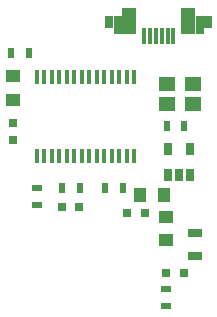
<source format=gtp>
%TF.GenerationSoftware,KiCad,Pcbnew,(5.0.0-rc2-dev-707-g2ed24a4)*%
%TF.CreationDate,2018-05-18T19:07:10+01:00*%
%TF.ProjectId,a5v11-mod-01,61357631312D6D6F642D30312E6B6963,rev?*%
%TF.SameCoordinates,PX3740df8PY3c191b8*%
%TF.FileFunction,Paste,Top*%
%TF.FilePolarity,Positive*%
%FSLAX46Y46*%
G04 Gerber Fmt 4.6, Leading zero omitted, Abs format (unit mm)*
G04 Created by KiCad (PCBNEW (5.0.0-rc2-dev-707-g2ed24a4)) date Friday, 18 May 2018 at 19:07:10*
%MOMM*%
%LPD*%
G01*
G04 APERTURE LIST*
%ADD10R,0.750000X0.800000*%
%ADD11R,0.500000X0.900000*%
%ADD12R,0.900000X0.500000*%
%ADD13R,0.650000X1.060000*%
%ADD14R,0.300000X1.400000*%
%ADD15R,1.250000X2.300000*%
%ADD16R,0.700000X1.600000*%
%ADD17R,0.700000X1.100000*%
%ADD18R,0.304800X1.143000*%
%ADD19R,1.250000X1.000000*%
%ADD20R,1.000000X1.250000*%
%ADD21R,0.800000X0.750000*%
%ADD22R,1.300000X0.700000*%
%ADD23R,1.400000X1.200000*%
G04 APERTURE END LIST*
D10*
X-5244402Y12294732D03*
X-5244402Y13794732D03*
D11*
X7802600Y13477400D03*
X9302600Y13477400D03*
X-5359402Y19648732D03*
X-3859402Y19648732D03*
D12*
X-3212402Y6770232D03*
X-3212402Y8270232D03*
D11*
X458598Y8282232D03*
X-1041402Y8282232D03*
X2578098Y8282232D03*
X4078098Y8282232D03*
D13*
X7902600Y9377400D03*
X8852600Y9377400D03*
X9802600Y9377400D03*
X9802600Y11577400D03*
X7902600Y11577400D03*
D14*
X8376600Y21127400D03*
X7876600Y21127400D03*
X7376600Y21127400D03*
X6876600Y21127400D03*
X6376600Y21127400D03*
X5876600Y21127400D03*
D15*
X4626600Y22377400D03*
D16*
X3651600Y22027400D03*
D17*
X2951600Y22277400D03*
D15*
X9626600Y22377400D03*
D16*
X10601600Y22027400D03*
D17*
X11301600Y22277400D03*
D18*
X5042598Y17616732D03*
X4407598Y17616732D03*
X3772598Y17616732D03*
X3137598Y17616732D03*
X2502598Y17616732D03*
X1867598Y17616732D03*
X1232598Y17616732D03*
X597598Y17616732D03*
X-37402Y17616732D03*
X-672402Y17616732D03*
X-1307402Y17616732D03*
X-1942402Y17616732D03*
X-2577402Y17616732D03*
X-3212402Y17616732D03*
X-3212402Y10949232D03*
X-2577402Y10949232D03*
X-1942402Y10949232D03*
X-1307402Y10949232D03*
X-672402Y10949232D03*
X-37402Y10949232D03*
X597598Y10949232D03*
X1232598Y10949232D03*
X1867598Y10949232D03*
X2502598Y10949232D03*
X3137598Y10949232D03*
X3772598Y10949232D03*
X4407598Y10949232D03*
X5042598Y10949232D03*
D19*
X7762600Y3817400D03*
X7762600Y5817400D03*
X-5244402Y15727732D03*
X-5244402Y17727732D03*
D20*
X5562600Y7667400D03*
X7562600Y7667400D03*
D21*
X5962600Y6167400D03*
X4462600Y6167400D03*
D22*
X10202600Y2517400D03*
X10202600Y4417400D03*
D21*
X412600Y6617400D03*
X-1087400Y6617400D03*
X9262600Y1067400D03*
X7762600Y1067400D03*
D12*
X7762600Y-282600D03*
X7762600Y-1782600D03*
D23*
X7848600Y15343400D03*
X10048600Y15343400D03*
X10048600Y17043400D03*
X7848600Y17043400D03*
M02*

</source>
